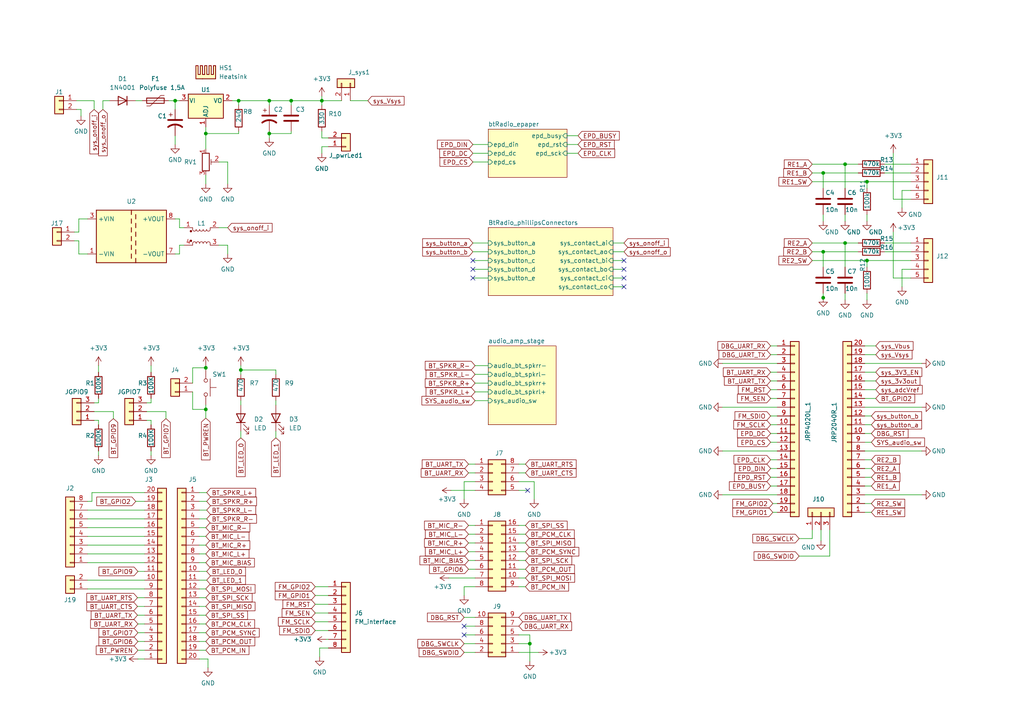
<source format=kicad_sch>
(kicad_sch (version 20211123) (generator eeschema)
  (paper "A4")
  (title_block (title "Project Bluetooth radio") (date "2023-01-13") (rev "0.1") (company "DjenaDev"))
  (junction (at 59.69 118.745))
  (junction (at 245.11 47.625))
  (junction (at 238.76 50.165))
  (junction (at 93.345 29.21))
  (junction (at 251.46 75.565))
  (junction (at 59.69 106.68))
  (junction (at 78.105 29.21))
  (junction (at 69.215 29.21))
  (junction (at 50.8 29.21))
  (junction (at 245.11 70.485))
  (junction (at 238.76 86.36))
  (junction (at 59.69 38.735))
  (junction (at 238.76 73.025))
  (junction (at 78.105 38.735))
  (junction (at 84.455 29.21))
  (junction (at 251.46 52.705))
  (junction (at 69.85 107.315))
  (junction (at 153.67 186.69))
  (no_connect (at 137.16 78.105))
  (no_connect (at 180.975 78.105))
  (no_connect (at 153.035 142.24))
  (no_connect (at 180.975 75.565))
  (no_connect (at 180.975 83.185))
  (no_connect (at 137.16 75.565))
  (no_connect (at 180.975 80.645))
  (no_connect (at 134.62 181.61))
  (no_connect (at 134.62 184.15))
  (no_connect (at 137.16 80.645))
  (wire (pts (xy 240.665 161.29) (xy 240.665 153.67)))
  (wire (pts (xy 50.8 29.21) (xy 50.8 31.75)))
  (wire (pts (xy 39.878 178.435) (xy 41.91 178.435)))
  (wire (pts (xy 245.11 85.09) (xy 245.11 86.995)))
  (wire (pts (xy 223.52 138.43) (xy 225.425 138.43)))
  (wire (pts (xy 252.73 135.89) (xy 250.825 135.89)))
  (wire (pts (xy 223.52 110.49) (xy 225.425 110.49)))
  (wire (pts (xy 57.785 180.975) (xy 59.69 180.975)))
  (wire (pts (xy 93.345 27.94) (xy 93.345 29.21)))
  (wire (pts (xy 152.4 170.18) (xy 150.495 170.18)))
  (wire (pts (xy 31.75 29.21) (xy 29.845 29.21)))
  (wire (pts (xy 25.4 168.275) (xy 41.91 168.275)))
  (wire (pts (xy 32.893 119.38) (xy 32.893 121.412)))
  (wire (pts (xy 252.73 148.59) (xy 250.825 148.59)))
  (wire (pts (xy 40.005 186.055) (xy 41.91 186.055)))
  (wire (pts (xy 250.825 110.49) (xy 254 110.49)))
  (wire (pts (xy 256.54 70.485) (xy 264.16 70.485)))
  (wire (pts (xy 259.08 67.31) (xy 259.08 80.645)))
  (wire (pts (xy 59.69 175.895) (xy 57.785 175.895)))
  (wire (pts (xy 135.89 137.16) (xy 137.795 137.16)))
  (wire (pts (xy 80.01 107.315) (xy 69.85 107.315)))
  (wire (pts (xy 40.005 180.975) (xy 41.91 180.975)))
  (wire (pts (xy 137.16 73.025) (xy 141.605 73.025)))
  (wire (pts (xy 261.62 55.245) (xy 261.62 60.325)))
  (wire (pts (xy 251.46 75.565) (xy 251.46 77.47)))
  (wire (pts (xy 252.73 133.35) (xy 250.825 133.35)))
  (wire (pts (xy 29.845 29.21) (xy 29.845 31.75)))
  (wire (pts (xy 57.785 145.415) (xy 59.944 145.415)))
  (wire (pts (xy 41.91 142.875) (xy 26.67 142.875)))
  (wire (pts (xy 25.4 158.115) (xy 41.91 158.115)))
  (wire (pts (xy 39.878 175.895) (xy 41.91 175.895)))
  (wire (pts (xy 57.785 188.595) (xy 59.69 188.595)))
  (wire (pts (xy 95.25 170.18) (xy 91.44 170.18)))
  (wire (pts (xy 52.07 73.66) (xy 50.8 73.66)))
  (wire (pts (xy 57.785 147.955) (xy 59.944 147.955)))
  (wire (pts (xy 52.07 63.5) (xy 50.8 63.5)))
  (wire (pts (xy 48.133 119.38) (xy 48.133 121.412)))
  (wire (pts (xy 59.69 158.115) (xy 57.785 158.115)))
  (wire (pts (xy 245.11 47.625) (xy 245.11 54.61)))
  (wire (pts (xy 63.5 66.04) (xy 66.04 66.04)))
  (wire (pts (xy 137.16 78.105) (xy 141.605 78.105)))
  (wire (pts (xy 69.85 125.095) (xy 69.85 127)))
  (wire (pts (xy 177.8 70.485) (xy 180.975 70.485)))
  (wire (pts (xy 137.16 41.91) (xy 141.605 41.91)))
  (wire (pts (xy 94.615 185.42) (xy 95.25 185.42)))
  (wire (pts (xy 250.825 105.41) (xy 267.335 105.41)))
  (wire (pts (xy 22.225 31.75) (xy 23.495 31.75)))
  (wire (pts (xy 57.785 183.515) (xy 59.69 183.515)))
  (wire (pts (xy 137.16 44.45) (xy 141.605 44.45)))
  (wire (pts (xy 164.465 44.45) (xy 167.64 44.45)))
  (wire (pts (xy 32.893 119.38) (xy 27.305 119.38)))
  (wire (pts (xy 66.04 73.66) (xy 66.04 71.12)))
  (wire (pts (xy 134.62 186.69) (xy 137.795 186.69)))
  (wire (pts (xy 50.8 29.21) (xy 52.07 29.21)))
  (wire (pts (xy 27.305 116.84) (xy 28.575 116.84)))
  (wire (pts (xy 250.825 143.51) (xy 267.335 143.51)))
  (wire (pts (xy 235.585 52.705) (xy 251.46 52.705)))
  (wire (pts (xy 95.25 172.72) (xy 91.44 172.72)))
  (wire (pts (xy 209.55 105.41) (xy 225.425 105.41)))
  (wire (pts (xy 69.215 30.48) (xy 69.215 29.21)))
  (wire (pts (xy 39.37 145.415) (xy 41.91 145.415)))
  (wire (pts (xy 223.52 100.33) (xy 225.425 100.33)))
  (wire (pts (xy 40.005 188.595) (xy 41.91 188.595)))
  (wire (pts (xy 250.825 120.65) (xy 252.73 120.65)))
  (wire (pts (xy 209.55 143.51) (xy 225.425 143.51)))
  (wire (pts (xy 223.52 123.19) (xy 225.425 123.19)))
  (wire (pts (xy 69.85 107.315) (xy 69.85 108.585)))
  (wire (pts (xy 223.52 107.95) (xy 225.425 107.95)))
  (wire (pts (xy 259.08 80.645) (xy 264.16 80.645)))
  (wire (pts (xy 52.07 66.04) (xy 52.07 63.5)))
  (wire (pts (xy 28.575 121.92) (xy 27.305 121.92)))
  (wire (pts (xy 153.67 191.77) (xy 153.67 186.69)))
  (wire (pts (xy 150.495 186.69) (xy 153.67 186.69)))
  (wire (pts (xy 250.825 115.57) (xy 254 115.57)))
  (wire (pts (xy 57.785 150.495) (xy 59.944 150.495)))
  (wire (pts (xy 22.86 67.31) (xy 22.86 63.5)))
  (wire (pts (xy 95.25 180.34) (xy 91.44 180.34)))
  (wire (pts (xy 59.69 153.035) (xy 57.785 153.035)))
  (wire (pts (xy 137.795 116.205) (xy 141.605 116.205)))
  (wire (pts (xy 209.55 130.81) (xy 225.425 130.81)))
  (wire (pts (xy 135.89 165.1) (xy 137.795 165.1)))
  (wire (pts (xy 250.825 102.87) (xy 254 102.87)))
  (wire (pts (xy 21.59 69.85) (xy 22.86 69.85)))
  (wire (pts (xy 59.69 36.83) (xy 59.69 38.735)))
  (wire (pts (xy 21.59 67.31) (xy 22.86 67.31)))
  (wire (pts (xy 154.94 139.7) (xy 154.94 144.78)))
  (wire (pts (xy 40.005 183.515) (xy 41.91 183.515)))
  (wire (pts (xy 223.52 133.35) (xy 225.425 133.35)))
  (wire (pts (xy 259.08 44.45) (xy 259.08 57.785)))
  (wire (pts (xy 93.345 29.21) (xy 93.345 30.48)))
  (wire (pts (xy 25.4 150.495) (xy 41.91 150.495)))
  (wire (pts (xy 153.67 184.15) (xy 150.495 184.15)))
  (wire (pts (xy 152.4 162.56) (xy 150.495 162.56)))
  (wire (pts (xy 55.88 113.665) (xy 55.88 118.745)))
  (wire (pts (xy 57.785 142.875) (xy 59.944 142.875)))
  (wire (pts (xy 135.89 157.48) (xy 137.795 157.48)))
  (wire (pts (xy 55.88 118.745) (xy 59.69 118.745)))
  (wire (pts (xy 252.73 140.97) (xy 250.825 140.97)))
  (wire (pts (xy 250.825 118.11) (xy 267.335 118.11)))
  (wire (pts (xy 223.52 125.73) (xy 225.425 125.73)))
  (wire (pts (xy 59.69 178.435) (xy 57.785 178.435)))
  (wire (pts (xy 42.545 121.92) (xy 43.815 121.92)))
  (wire (pts (xy 256.54 47.625) (xy 264.16 47.625)))
  (wire (pts (xy 137.795 106.045) (xy 141.605 106.045)))
  (wire (pts (xy 209.55 118.11) (xy 225.425 118.11)))
  (wire (pts (xy 245.11 47.625) (xy 248.92 47.625)))
  (wire (pts (xy 238.76 86.36) (xy 238.76 86.995)))
  (wire (pts (xy 25.4 155.575) (xy 41.91 155.575)))
  (wire (pts (xy 80.01 116.205) (xy 80.01 117.475)))
  (wire (pts (xy 84.455 30.48) (xy 84.455 29.21)))
  (wire (pts (xy 84.455 29.21) (xy 93.345 29.21)))
  (wire (pts (xy 59.944 165.735) (xy 57.785 165.735)))
  (wire (pts (xy 59.69 155.575) (xy 57.785 155.575)))
  (wire (pts (xy 23.495 31.75) (xy 23.495 33.655)))
  (wire (pts (xy 69.215 38.1) (xy 69.215 38.735)))
  (wire (pts (xy 261.62 78.105) (xy 264.16 78.105)))
  (wire (pts (xy 101.6 29.21) (xy 106.68 29.21)))
  (wire (pts (xy 223.52 140.97) (xy 225.425 140.97)))
  (wire (pts (xy 27.305 31.75) (xy 27.305 29.21)))
  (wire (pts (xy 235.585 156.21) (xy 235.585 153.67)))
  (wire (pts (xy 250.825 130.81) (xy 267.335 130.81)))
  (wire (pts (xy 137.16 75.565) (xy 141.605 75.565)))
  (wire (pts (xy 93.345 42.545) (xy 95.25 42.545)))
  (wire (pts (xy 153.67 186.69) (xy 153.67 184.15)))
  (wire (pts (xy 224.155 146.05) (xy 225.425 146.05)))
  (wire (pts (xy 55.88 106.68) (xy 59.69 106.68)))
  (wire (pts (xy 238.125 153.67) (xy 238.125 156.845)))
  (wire (pts (xy 135.89 154.94) (xy 137.795 154.94)))
  (wire (pts (xy 93.345 40.005) (xy 95.25 40.005)))
  (wire (pts (xy 25.4 163.195) (xy 41.91 163.195)))
  (wire (pts (xy 50.8 39.37) (xy 50.8 41.91)))
  (wire (pts (xy 238.76 73.025) (xy 238.76 77.47)))
  (wire (pts (xy 251.46 52.705) (xy 264.16 52.705)))
  (wire (pts (xy 152.4 157.48) (xy 150.495 157.48)))
  (wire (pts (xy 177.8 78.105) (xy 180.975 78.105)))
  (wire (pts (xy 137.16 46.99) (xy 141.605 46.99)))
  (wire (pts (xy 59.69 118.745) (xy 59.69 121.285)))
  (wire (pts (xy 238.76 50.165) (xy 238.76 54.61)))
  (wire (pts (xy 235.585 73.025) (xy 238.76 73.025)))
  (wire (pts (xy 78.105 38.735) (xy 78.105 40.005)))
  (wire (pts (xy 251.46 62.23) (xy 251.46 64.135)))
  (wire (pts (xy 223.52 128.27) (xy 225.425 128.27)))
  (wire (pts (xy 78.105 30.48) (xy 78.105 29.21)))
  (wire (pts (xy 134.62 139.7) (xy 134.62 144.78)))
  (wire (pts (xy 238.76 62.23) (xy 238.76 64.135)))
  (wire (pts (xy 250.825 113.03) (xy 254 113.03)))
  (wire (pts (xy 28.575 106.045) (xy 28.575 107.95)))
  (wire (pts (xy 57.785 191.135) (xy 60.325 191.135)))
  (wire (pts (xy 78.105 29.21) (xy 69.215 29.21)))
  (wire (pts (xy 66.04 46.99) (xy 66.04 53.34)))
  (wire (pts (xy 137.795 111.125) (xy 141.605 111.125)))
  (wire (pts (xy 137.795 139.7) (xy 134.62 139.7)))
  (wire (pts (xy 57.785 160.655) (xy 59.69 160.655)))
  (wire (pts (xy 59.69 38.735) (xy 59.69 43.18)))
  (wire (pts (xy 25.4 170.815) (xy 41.91 170.815)))
  (wire (pts (xy 59.69 117.475) (xy 59.69 118.745)))
  (wire (pts (xy 177.8 75.565) (xy 180.975 75.565)))
  (wire (pts (xy 63.5 46.99) (xy 66.04 46.99)))
  (wire (pts (xy 245.11 70.485) (xy 248.92 70.485)))
  (wire (pts (xy 235.585 50.165) (xy 238.76 50.165)))
  (wire (pts (xy 59.69 163.195) (xy 57.785 163.195)))
  (wire (pts (xy 245.11 62.23) (xy 245.11 64.135)))
  (wire (pts (xy 59.944 168.275) (xy 57.785 168.275)))
  (wire (pts (xy 60.325 191.135) (xy 60.325 193.675)))
  (wire (pts (xy 22.86 69.85) (xy 22.86 73.66)))
  (wire (pts (xy 43.815 106.045) (xy 43.815 107.95)))
  (wire (pts (xy 250.825 123.19) (xy 252.73 123.19)))
  (wire (pts (xy 84.455 38.1) (xy 84.455 38.735)))
  (wire (pts (xy 130.81 142.24) (xy 137.795 142.24)))
  (wire (pts (xy 95.25 182.88) (xy 91.44 182.88)))
  (wire (pts (xy 251.46 75.565) (xy 264.16 75.565)))
  (wire (pts (xy 250.825 128.27) (xy 252.73 128.27)))
  (wire (pts (xy 235.585 47.625) (xy 245.11 47.625)))
  (wire (pts (xy 25.4 147.955) (xy 41.91 147.955)))
  (wire (pts (xy 25.4 153.035) (xy 41.91 153.035)))
  (wire (pts (xy 150.495 139.7) (xy 154.94 139.7)))
  (wire (pts (xy 57.785 186.055) (xy 59.69 186.055)))
  (wire (pts (xy 66.04 71.12) (xy 63.5 71.12)))
  (wire (pts (xy 69.85 106.045) (xy 69.85 107.315)))
  (wire (pts (xy 238.76 50.165) (xy 248.92 50.165)))
  (wire (pts (xy 152.4 165.1) (xy 150.495 165.1)))
  (wire (pts (xy 261.62 55.245) (xy 264.16 55.245)))
  (wire (pts (xy 80.01 108.585) (xy 80.01 107.315)))
  (wire (pts (xy 39.37 29.21) (xy 41.275 29.21)))
  (wire (pts (xy 92.71 187.96) (xy 92.71 190.5)))
  (wire (pts (xy 59.69 106.68) (xy 59.69 107.315)))
  (wire (pts (xy 152.4 134.62) (xy 150.495 134.62)))
  (wire (pts (xy 250.825 107.95) (xy 254 107.95)))
  (wire (pts (xy 250.825 125.73) (xy 252.73 125.73)))
  (wire (pts (xy 252.73 146.05) (xy 250.825 146.05)))
  (wire (pts (xy 224.155 148.59) (xy 225.425 148.59)))
  (wire (pts (xy 152.4 160.02) (xy 150.495 160.02)))
  (wire (pts (xy 223.52 115.57) (xy 225.425 115.57)))
  (wire (pts (xy 48.133 119.38) (xy 42.545 119.38)))
  (wire (pts (xy 135.89 134.62) (xy 137.795 134.62)))
  (wire (pts (xy 256.54 50.165) (xy 264.16 50.165)))
  (wire (pts (xy 48.895 29.21) (xy 50.8 29.21)))
  (wire (pts (xy 40.005 191.135) (xy 41.91 191.135)))
  (wire (pts (xy 137.795 108.585) (xy 141.605 108.585)))
  (wire (pts (xy 59.69 173.355) (xy 57.785 173.355)))
  (wire (pts (xy 259.08 57.785) (xy 264.16 57.785)))
  (wire (pts (xy 177.8 83.185) (xy 180.975 83.185)))
  (wire (pts (xy 223.52 102.87) (xy 225.425 102.87)))
  (wire (pts (xy 69.85 116.205) (xy 69.85 117.475)))
  (wire (pts (xy 152.4 152.4) (xy 150.495 152.4)))
  (wire (pts (xy 78.105 38.1) (xy 78.105 38.735)))
  (wire (pts (xy 27.305 29.21) (xy 22.225 29.21)))
  (wire (pts (xy 40.005 165.735) (xy 41.91 165.735)))
  (wire (pts (xy 150.495 189.23) (xy 156.21 189.23)))
  (wire (pts (xy 26.67 142.875) (xy 26.67 145.415)))
  (wire (pts (xy 235.585 70.485) (xy 245.11 70.485)))
  (wire (pts (xy 95.25 177.8) (xy 91.44 177.8)))
  (wire (pts (xy 22.86 73.66) (xy 25.4 73.66)))
  (wire (pts (xy 135.89 162.56) (xy 137.795 162.56)))
  (wire (pts (xy 150.495 142.24) (xy 153.035 142.24)))
  (wire (pts (xy 28.575 123.19) (xy 28.575 121.92)))
  (wire (pts (xy 177.8 80.645) (xy 180.975 80.645)))
  (wire (pts (xy 39.878 173.355) (xy 41.91 173.355)))
  (wire (pts (xy 137.16 70.485) (xy 141.605 70.485)))
  (wire (pts (xy 59.69 170.815) (xy 57.785 170.815)))
  (wire (pts (xy 93.345 42.545) (xy 93.345 44.45)))
  (wire (pts (xy 238.76 73.025) (xy 248.92 73.025)))
  (wire (pts (xy 53.34 71.12) (xy 52.07 71.12)))
  (wire (pts (xy 245.11 70.485) (xy 245.11 77.47)))
  (wire (pts (xy 42.545 116.84) (xy 43.815 116.84)))
  (wire (pts (xy 55.88 111.125) (xy 55.88 106.68)))
  (wire (pts (xy 252.73 138.43) (xy 250.825 138.43)))
  (wire (pts (xy 164.465 41.91) (xy 167.64 41.91)))
  (wire (pts (xy 26.67 145.415) (xy 25.4 145.415)))
  (wire (pts (xy 52.07 71.12) (xy 52.07 73.66)))
  (wire (pts (xy 235.585 75.565) (xy 251.46 75.565)))
  (wire (pts (xy 137.795 170.18) (xy 134.62 170.18)))
  (wire (pts (xy 25.4 160.655) (xy 41.91 160.655)))
  (wire (pts (xy 84.455 29.21) (xy 78.105 29.21)))
  (wire (pts (xy 28.575 132.08) (xy 28.575 130.81)))
  (wire (pts (xy 43.815 121.92) (xy 43.815 123.19)))
  (wire (pts (xy 135.89 152.4) (xy 137.795 152.4)))
  (wire (pts (xy 223.52 120.65) (xy 225.425 120.65)))
  (wire (pts (xy 177.8 73.025) (xy 180.975 73.025)))
  (wire (pts (xy 99.06 29.21) (xy 93.345 29.21)))
  (wire (pts (xy 134.62 189.23) (xy 137.795 189.23)))
  (wire (pts (xy 256.54 73.025) (xy 264.16 73.025)))
  (wire (pts (xy 130.175 167.64) (xy 137.795 167.64)))
  (wire (pts (xy 164.465 39.37) (xy 167.64 39.37)))
  (wire (pts (xy 43.815 132.08) (xy 43.815 130.81)))
  (wire (pts (xy 231.775 156.21) (xy 235.585 156.21)))
  (wire (pts (xy 134.62 179.07) (xy 137.795 179.07)))
  (wire (pts (xy 250.825 100.33) (xy 254 100.33)))
  (wire (pts (xy 261.62 78.105) (xy 261.62 83.185)))
  (wire (pts (xy 93.345 38.1) (xy 93.345 40.005)))
  (wire (pts (xy 28.575 116.84) (xy 28.575 115.57)))
  (wire (pts (xy 95.25 175.26) (xy 91.44 175.26)))
  (wire (pts (xy 152.4 137.16) (xy 150.495 137.16)))
  (wire (pts (xy 59.69 106.045) (xy 59.69 106.68)))
  (wire (pts (xy 135.89 160.02) (xy 137.795 160.02)))
  (wire (pts (xy 80.01 125.095) (xy 80.01 127)))
  (wire (pts (xy 84.455 38.735) (xy 78.105 38.735)))
  (wire (pts (xy 95.25 187.96) (xy 92.71 187.96)))
  (wire (pts (xy 238.76 85.09) (xy 238.76 86.36)))
  (wire (pts (xy 251.46 52.705) (xy 251.46 54.61)))
  (wire (pts (xy 134.62 184.15) (xy 137.795 184.15)))
  (wire (pts (xy 152.4 167.64) (xy 150.495 167.64)))
  (wire (pts (xy 134.62 181.61) (xy 137.795 181.61)))
  (wire (pts (xy 152.4 154.94) (xy 150.495 154.94)))
  (wire (pts (xy 53.34 66.04) (xy 52.07 66.04)))
  (wire (pts (xy 251.46 85.09) (xy 251.46 86.995)))
  (wire (pts (xy 69.215 29.21) (xy 67.31 29.21)))
  (wire (pts (xy 22.86 63.5) (xy 25.4 63.5)))
  (wire (pts (xy 223.52 135.89) (xy 225.425 135.89)))
  (wire (pts (xy 43.815 116.84) (xy 43.815 115.57)))
  (wire (pts (xy 59.69 50.8) (xy 59.69 53.34)))
  (wire (pts (xy 223.52 113.03) (xy 225.425 113.03)))
  (wire (pts (xy 69.215 38.735) (xy 59.69 38.735)))
  (wire (pts (xy 134.62 170.18) (xy 134.62 172.72)))
  (wire (pts (xy 137.16 80.645) (xy 141.605 80.645)))
  (wire (pts (xy 137.795 113.665) (xy 141.605 113.665)))
  (wire (pts (xy 231.775 161.29) (xy 240.665 161.29)))
  (global_label "BT_SPI_SS" (shape input) (at 59.69 178.435 0) (property "Intersheet References" "${INTERSHEET_REFS}" (effects hide)))
  (global_label "BT_PCM_IN" (shape input) (at 152.4 170.18 0) (property "Intersheet References" "${INTERSHEET_REFS}" (effects hide)))
  (global_label "FM_SDIO" (shape input) (at 91.44 182.88 180) (property "Intersheet References" "${INTERSHEET_REFS}" (effects hide)))
  (global_label "BT_GPIO7" (shape input) (at 48.133 121.412 270) (property "Intersheet References" "${INTERSHEET_REFS}" (effects hide)))
  (global_label "sys_3V3_EN" (shape input) (at 254 107.95 0) (property "Intersheet References" "${INTERSHEET_REFS}" (effects hide)))
  (global_label "EPD_DIN" (shape input) (at 223.52 135.89 180) (property "Intersheet References" "${INTERSHEET_REFS}" (effects hide)))
  (global_label "BT_GPIO7" (shape input) (at 40.005 183.515 180) (property "Intersheet References" "${INTERSHEET_REFS}" (effects hide)))
  (global_label "sys_button_b" (shape input) (at 137.16 73.025 180) (property "Intersheet References" "${INTERSHEET_REFS}" (effects hide)))
  (global_label "FM_RST" (shape input) (at 91.44 175.26 180) (property "Intersheet References" "${INTERSHEET_REFS}" (effects hide)))
  (global_label "BT_MIC_L+" (shape input) (at 59.69 160.655 0) (property "Intersheet References" "${INTERSHEET_REFS}" (effects hide)))
  (global_label "SYS_audio_sw" (shape input) (at 137.795 116.205 180) (property "Intersheet References" "${INTERSHEET_REFS}" (effects hide)))
  (global_label "EPD_RST" (shape input) (at 167.64 41.91 0) (property "Intersheet References" "${INTERSHEET_REFS}" (effects hide)))
  (global_label "BT_PCM_SYNC" (shape input) (at 152.4 160.02 0) (property "Intersheet References" "${INTERSHEET_REFS}" (effects hide)))
  (global_label "BT_SPKR_R-" (shape input) (at 59.944 150.495 0) (property "Intersheet References" "${INTERSHEET_REFS}" (effects hide)))
  (global_label "EPD_DC" (shape input) (at 223.52 125.73 180) (property "Intersheet References" "${INTERSHEET_REFS}" (effects hide)))
  (global_label "BT_SPKR_R+" (shape input) (at 59.944 145.415 0) (property "Intersheet References" "${INTERSHEET_REFS}" (effects hide)))
  (global_label "BT_PCM_CLK" (shape input) (at 152.4 154.94 0) (property "Intersheet References" "${INTERSHEET_REFS}" (effects hide)))
  (global_label "EPD_RST" (shape input) (at 223.52 138.43 180) (property "Intersheet References" "${INTERSHEET_REFS}" (effects hide)))
  (global_label "BT_UART_RX" (shape input) (at 40.005 180.975 180) (property "Intersheet References" "${INTERSHEET_REFS}" (effects hide)))
  (global_label "BT_UART_RX" (shape input) (at 223.52 107.95 180) (property "Intersheet References" "${INTERSHEET_REFS}" (effects hide)))
  (global_label "sys_button_b" (shape input) (at 252.73 120.65 0) (property "Intersheet References" "${INTERSHEET_REFS}" (effects hide)))
  (global_label "BT_UART_RX" (shape input) (at 135.89 137.16 180) (property "Intersheet References" "${INTERSHEET_REFS}" (effects hide)))
  (global_label "sys_Vsys" (shape input) (at 254 102.87 0) (property "Intersheet References" "${INTERSHEET_REFS}" (effects hide)))
  (global_label "sys_onoff_i" (shape input) (at 180.975 70.485 0) (property "Intersheet References" "${INTERSHEET_REFS}" (effects hide)))
  (global_label "EPD_DC" (shape input) (at 137.16 44.45 180) (property "Intersheet References" "${INTERSHEET_REFS}" (effects hide)))
  (global_label "BT_SPKR_R+" (shape input) (at 137.795 111.125 180) (property "Intersheet References" "${INTERSHEET_REFS}" (effects hide)))
  (global_label "BT_SPI_MOSI" (shape input) (at 152.4 167.64 0) (property "Intersheet References" "${INTERSHEET_REFS}" (effects hide)))
  (global_label "BT_UART_CTS" (shape input) (at 39.878 175.895 180) (property "Intersheet References" "${INTERSHEET_REFS}" (effects hide)))
  (global_label "BT_PCM_OUT" (shape input) (at 152.4 165.1 0) (property "Intersheet References" "${INTERSHEET_REFS}" (effects hide)))
  (global_label "BT_GPIO9" (shape input) (at 40.005 165.735 180) (property "Intersheet References" "${INTERSHEET_REFS}" (effects hide)))
  (global_label "BT_MIC_L+" (shape input) (at 135.89 160.02 180) (property "Intersheet References" "${INTERSHEET_REFS}" (effects hide)))
  (global_label "RE2_A" (shape input) (at 235.585 70.485 180) (property "Intersheet References" "${INTERSHEET_REFS}" (effects hide)))
  (global_label "FM_SEN" (shape input) (at 91.44 177.8 180) (property "Intersheet References" "${INTERSHEET_REFS}" (effects hide)))
  (global_label "BT_PCM_CLK" (shape input) (at 59.69 180.975 0) (property "Intersheet References" "${INTERSHEET_REFS}" (effects hide)))
  (global_label "sys_button_a" (shape input) (at 137.16 70.485 180) (property "Intersheet References" "${INTERSHEET_REFS}" (effects hide)))
  (global_label "sys_onoff_o" (shape input) (at 180.975 73.025 0) (property "Intersheet References" "${INTERSHEET_REFS}" (effects hide)))
  (global_label "BT_LED_0" (shape input) (at 59.944 165.735 0) (property "Intersheet References" "${INTERSHEET_REFS}" (effects hide)))
  (global_label "RE2_B" (shape input) (at 252.73 133.35 0) (property "Intersheet References" "${INTERSHEET_REFS}" (effects hide)))
  (global_label "RE1_SW" (shape input) (at 252.73 148.59 0) (property "Intersheet References" "${INTERSHEET_REFS}" (effects hide)))
  (global_label "BT_PCM_OUT" (shape input) (at 59.69 186.055 0) (property "Intersheet References" "${INTERSHEET_REFS}" (effects hide)))
  (global_label "DBG_SWDIO" (shape input) (at 231.775 161.29 180) (property "Intersheet References" "${INTERSHEET_REFS}" (effects hide)))
  (global_label "RE2_SW" (shape input) (at 235.585 75.565 180) (property "Intersheet References" "${INTERSHEET_REFS}" (effects hide)))
  (global_label "BT_GPIO9" (shape input) (at 32.893 121.412 270) (property "Intersheet References" "${INTERSHEET_REFS}" (effects hide)))
  (global_label "EPD_CS" (shape input) (at 223.52 128.27 180) (property "Intersheet References" "${INTERSHEET_REFS}" (effects hide)))
  (global_label "DBG_RST" (shape input) (at 252.73 125.73 0) (property "Intersheet References" "${INTERSHEET_REFS}" (effects hide)))
  (global_label "BT_GPIO2" (shape input) (at 254 115.57 0) (property "Intersheet References" "${INTERSHEET_REFS}" (effects hide)))
  (global_label "EPD_BUSY" (shape input) (at 167.64 39.37 0) (property "Intersheet References" "${INTERSHEET_REFS}" (effects hide)))
  (global_label "RE1_B" (shape input) (at 252.73 138.43 0) (property "Intersheet References" "${INTERSHEET_REFS}" (effects hide)))
  (global_label "FM_RST" (shape input) (at 223.52 113.03 180) (property "Intersheet References" "${INTERSHEET_REFS}" (effects hide)))
  (global_label "BT_PWREN" (shape input) (at 40.005 188.595 180) (property "Intersheet References" "${INTERSHEET_REFS}" (effects hide)))
  (global_label "BT_SPI_MISO" (shape input) (at 152.4 157.48 0) (property "Intersheet References" "${INTERSHEET_REFS}" (effects hide)))
  (global_label "RE1_A" (shape input) (at 235.585 47.625 180) (property "Intersheet References" "${INTERSHEET_REFS}" (effects hide)))
  (global_label "sys_3v3out" (shape input) (at 254 110.49 0) (property "Intersheet References" "${INTERSHEET_REFS}" (effects hide)))
  (global_label "sys_onoff_i" (shape input) (at 27.305 31.75 270) (property "Intersheet References" "${INTERSHEET_REFS}" (effects hide)))
  (global_label "FM_GPIO1" (shape input) (at 224.155 148.59 180) (property "Intersheet References" "${INTERSHEET_REFS}" (effects hide)))
  (global_label "FM_GPIO2" (shape input) (at 91.44 170.18 180) (property "Intersheet References" "${INTERSHEET_REFS}" (effects hide)))
  (global_label "sys_Vbus" (shape input) (at 254 100.33 0) (property "Intersheet References" "${INTERSHEET_REFS}" (effects hide)))
  (global_label "DBG_RST" (shape input) (at 134.62 179.07 180) (property "Intersheet References" "${INTERSHEET_REFS}" (effects hide)))
  (global_label "BT_SPI_MOSI" (shape input) (at 59.69 170.815 0) (property "Intersheet References" "${INTERSHEET_REFS}" (effects hide)))
  (global_label "DBG_SWCLK" (shape input) (at 231.775 156.21 180) (property "Intersheet References" "${INTERSHEET_REFS}" (effects hide)))
  (global_label "BT_SPKR_L+" (shape input) (at 137.795 113.665 180) (property "Intersheet References" "${INTERSHEET_REFS}" (effects hide)))
  (global_label "EPD_CLK" (shape input) (at 223.52 133.35 180) (property "Intersheet References" "${INTERSHEET_REFS}" (effects hide)))
  (global_label "RE1_B" (shape input) (at 235.585 50.165 180) (property "Intersheet References" "${INTERSHEET_REFS}" (effects hide)))
  (global_label "EPD_DIN" (shape input) (at 137.16 41.91 180) (property "Intersheet References" "${INTERSHEET_REFS}" (effects hide)))
  (global_label "BT_LED_0" (shape input) (at 69.85 127 270) (property "Intersheet References" "${INTERSHEET_REFS}" (effects hide)))
  (global_label "FM_SDIO" (shape input) (at 223.52 120.65 180) (property "Intersheet References" "${INTERSHEET_REFS}" (effects hide)))
  (global_label "DBG_SWCLK" (shape input) (at 134.62 186.69 180) (property "Intersheet References" "${INTERSHEET_REFS}" (effects hide)))
  (global_label "sys_adcVref" (shape input) (at 254 113.03 0) (property "Intersheet References" "${INTERSHEET_REFS}" (effects hide)))
  (global_label "FM_SEN" (shape input) (at 223.52 115.57 180) (property "Intersheet References" "${INTERSHEET_REFS}" (effects hide)))
  (global_label "BT_MIC_R+" (shape input) (at 59.69 158.115 0) (property "Intersheet References" "${INTERSHEET_REFS}" (effects hide)))
  (global_label "sys_button_a" (shape input) (at 252.73 123.19 0) (property "Intersheet References" "${INTERSHEET_REFS}" (effects hide)))
  (global_label "BT_GPIO6" (shape input) (at 135.89 165.1 180) (property "Intersheet References" "${INTERSHEET_REFS}" (effects hide)))
  (global_label "FM_GPIO1" (shape input) (at 91.44 172.72 180) (property "Intersheet References" "${INTERSHEET_REFS}" (effects hide)))
  (global_label "BT_SPI_SS" (shape input) (at 152.4 152.4 0) (property "Intersheet References" "${INTERSHEET_REFS}" (effects hide)))
  (global_label "DBG_UART_TX" (shape input) (at 223.52 102.87 180) (property "Intersheet References" "${INTERSHEET_REFS}" (effects hide)))
  (global_label "BT_UART_TX" (shape input) (at 39.878 178.435 180) (property "Intersheet References" "${INTERSHEET_REFS}" (effects hide)))
  (global_label "BT_MIC_L-" (shape input) (at 59.69 155.575 0) (property "Intersheet References" "${INTERSHEET_REFS}" (effects hide)))
  (global_label "FM_SCLK" (shape input) (at 223.52 123.19 180) (property "Intersheet References" "${INTERSHEET_REFS}" (effects hide)))
  (global_label "DBG_UART_RX" (shape input) (at 150.495 181.61 0) (property "Intersheet References" "${INTERSHEET_REFS}" (effects hide)))
  (global_label "EPD_CS" (shape input) (at 137.16 46.99 180) (property "Intersheet References" "${INTERSHEET_REFS}" (effects hide)))
  (global_label "FM_SCLK" (shape input) (at 91.44 180.34 180) (property "Intersheet References" "${INTERSHEET_REFS}" (effects hide)))
  (global_label "BT_MIC_R+" (shape input) (at 135.89 157.48 180) (property "Intersheet References" "${INTERSHEET_REFS}" (effects hide)))
  (global_label "BT_UART_CTS" (shape input) (at 152.4 137.16 0) (property "Intersheet References" "${INTERSHEET_REFS}" (effects hide)))
  (global_label "sys_onoff_i" (shape input) (at 66.04 66.04 0) (property "Intersheet References" "${INTERSHEET_REFS}" (effects hide)))
  (global_label "RE1_A" (shape input) (at 252.73 140.97 0) (property "Intersheet References" "${INTERSHEET_REFS}" (effects hide)))
  (global_label "BT_MIC_L-" (shape input) (at 135.89 154.94 180) (property "Intersheet References" "${INTERSHEET_REFS}" (effects hide)))
  (global_label "BT_SPI_SCK" (shape input) (at 152.4 162.56 0) (property "Intersheet References" "${INTERSHEET_REFS}" (effects hide)))
  (global_label "RE2_B" (shape input) (at 235.585 73.025 180) (property "Intersheet References" "${INTERSHEET_REFS}" (effects hide)))
  (global_label "BT_PWREN" (shape input) (at 59.69 121.285 270) (property "Intersheet References" "${INTERSHEET_REFS}" (effects hide)))
  (global_label "BT_SPKR_L-" (shape input) (at 59.944 147.955 0) (property "Intersheet References" "${INTERSHEET_REFS}" (effects hide)))
  (global_label "sys_Vsys" (shape input) (at 106.68 29.21 0) (property "Intersheet References" "${INTERSHEET_REFS}" (effects hide)))
  (global_label "BT_UART_TX" (shape input) (at 135.89 134.62 180) (property "Intersheet References" "${INTERSHEET_REFS}" (effects hide)))
  (global_label "RE2_A" (shape input) (at 252.73 135.89 0) (property "Intersheet References" "${INTERSHEET_REFS}" (effects hide)))
  (global_label "BT_SPI_SCK" (shape input) (at 59.69 173.355 0) (property "Intersheet References" "${INTERSHEET_REFS}" (effects hide)))
  (global_label "BT_GPIO2" (shape input) (at 39.37 145.415 180) (property "Intersheet References" "${INTERSHEET_REFS}" (effects hide)))
  (global_label "BT_SPI_MISO" (shape input) (at 59.69 175.895 0) (property "Intersheet References" "${INTERSHEET_REFS}" (effects hide)))
  (global_label "DBG_UART_RX" (shape input) (at 223.52 100.33 180) (property "Intersheet References" "${INTERSHEET_REFS}" (effects hide)))
  (global_label "SYS_audio_sw" (shape input) (at 252.73 128.27 0) (property "Intersheet References" "${INTERSHEET_REFS}" (effects hide)))
  (global_label "sys_onoff_o" (shape input) (at 29.845 31.75 270) (property "Intersheet References" "${INTERSHEET_REFS}" (effects hide)))
  (global_label "RE1_SW" (shape input) (at 235.585 52.705 180) (property "Intersheet References" "${INTERSHEET_REFS}" (effects hide)))
  (global_label "BT_LED_1" (shape input) (at 59.944 168.275 0) (property "Intersheet References" "${INTERSHEET_REFS}" (effects hide)))
  (global_label "BT_UART_RTS" (shape input) (at 152.4 134.62 0) (property "Intersheet References" "${INTERSHEET_REFS}" (effects hide)))
  (global_label "DBG_SWDIO" (shape input) (at 134.62 189.23 180) (property "Intersheet References" "${INTERSHEET_REFS}" (effects hide)))
  (global_label "FM_GPIO2" (shape input) (at 224.155 146.05 180) (property "Intersheet References" "${INTERSHEET_REFS}" (effects hide)))
  (global_label "BT_UART_RTS" (shape input) (at 39.878 173.355 180) (property "Intersheet References" "${INTERSHEET_REFS}" (effects hide)))
  (global_label "BT_SPKR_L+" (shape input) (at 59.944 142.875 0) (property "Intersheet References" "${INTERSHEET_REFS}" (effects hide)))
  (global_label "BT_MIC_BIAS" (shape input) (at 59.69 163.195 0) (property "Intersheet References" "${INTERSHEET_REFS}" (effects hide)))
  (global_label "BT_MIC_R-" (shape input) (at 59.69 153.035 0) (property "Intersheet References" "${INTERSHEET_REFS}" (effects hide)))
  (global_label "BT_GPIO6" (shape input) (at 40.005 186.055 180) (property "Intersheet References" "${INTERSHEET_REFS}" (effects hide)))
  (global_label "BT_LED_1" (shape input) (at 80.01 127 270) (property "Intersheet References" "${INTERSHEET_REFS}" (effects hide)))
  (global_label "BT_SPKR_L-" (shape input) (at 137.795 108.585 180) (property "Intersheet References" "${INTERSHEET_REFS}" (effects hide)))
  (global_label "BT_UART_TX" (shape input) (at 223.52 110.49 180) (property "Intersheet References" "${INTERSHEET_REFS}" (effects hide)))
  (global_label "BT_PCM_IN" (shape input) (at 59.69 188.595 0) (property "Intersheet References" "${INTERSHEET_REFS}" (effects hide)))
  (global_label "BT_MIC_R-" (shape input) (at 135.89 152.4 180) (property "Intersheet References" "${INTERSHEET_REFS}" (effects hide)))
  (global_label "BT_MIC_BIAS" (shape input) (at 135.89 162.56 180) (property "Intersheet References" "${INTERSHEET_REFS}" (effects hide)))
  (global_label "BT_SPKR_R-" (shape input) (at 137.795 106.045 180) (property "Intersheet References" "${INTERSHEET_REFS}" (effects hide)))
  (global_label "EPD_BUSY" (shape input) (at 223.52 140.97 180) (property "Intersheet References" "${INTERSHEET_REFS}" (effects hide)))
  (global_label "BT_PCM_SYNC" (shape input) (at 59.69 183.515 0) (property "Intersheet References" "${INTERSHEET_REFS}" (effects hide)))
  (global_label "RE2_SW" (shape input) (at 252.73 146.05 0) (property "Intersheet References" "${INTERSHEET_REFS}" (effects hide)))
  (global_label "DBG_UART_TX" (shape input) (at 150.495 179.07 0) (property "Intersheet References" "${INTERSHEET_REFS}" (effects hide)))
  (global_label "EPD_CLK" (shape input) (at 167.64 44.45 0) (property "Intersheet References" "${INTERSHEET_REFS}" (effects hide)))
  (symbol (lib_id "Connector_Generic:Conn_01x08") (at 100.33 177.8 0) (unit 1)
    (property "Reference" "J6" (at 102.87 177.7999 0) (effects (justify left)))
    (property "Value" "FM_interface" (at 102.87 180.3399 0) (effects (justify left)))
    (property "Footprint" "Connector_PinSocket_2.54mm:PinSocket_1x08_P2.54mm_Vertical" (effects hide))
  )
  (symbol (lib_id "Device:R") (at 251.46 58.42 180) (unit 1)
    (property "Reference" "R11" (at 250.19 53.975 90))
    (property "Value" "100k" (at 251.46 58.293 90))
    (property "Footprint" "Resistor_SMD:R_0805_2012Metric_Pad1.20x1.40mm_HandSolder" (effects hide))
  )
  (symbol (lib_id "power:GND") (at 209.55 118.11 270) (unit 1)
    (property "Reference" "#PWR0118" (effects hide))
    (property "Value" "GND" (at 202.565 118.11 90) (effects (justify left)))
  )
  (symbol (lib_id "Device:R") (at 43.815 111.76 0) (unit 1)
    (property "Reference" "R3" (at 40.005 111.125 0) (effects (justify left)))
    (property "Value" "100K" (at 43.815 114.3 90) (effects (justify left)))
    (property "Footprint" "Resistor_SMD:R_0805_2012Metric_Pad1.20x1.40mm_HandSolder" (effects hide))
  )
  (symbol (lib_id "power:GND") (at 153.67 191.77 0) (unit 1)
    (property "Reference" "#PWR0121" (effects hide))
    (property "Value" "GND" (at 153.67 196.215 0))
  )
  (symbol (lib_id "Device:LED") (at 80.01 121.285 90) (unit 1)
    (property "Reference" "D3" (at 83.82 121.6024 90) (effects (justify right)))
    (property "Value" "LED" (at 83.82 124.1424 90) (effects (justify right)))
    (property "Footprint" "LED_THT:LED_D5.0mm" (effects hide))
  )
  (symbol (lib_id "power:+3V3") (at 69.85 106.045 0) (unit 1)
    (property "Reference" "#PWR013" (effects hide))
    (property "Value" "+3V3" (at 69.85 100.965 0))
  )
  (symbol (lib_id "Device:LED") (at 69.85 121.285 90) (unit 1)
    (property "Reference" "D2" (at 73.66 121.6024 90) (effects (justify right)))
    (property "Value" "LED" (at 73.66 124.1424 90) (effects (justify right)))
    (property "Footprint" "LED_THT:LED_D5.0mm" (effects hide))
  )
  (symbol (lib_id "power:GND") (at 60.325 193.675 0) (unit 1)
    (property "Reference" "#PWR0112" (effects hide))
    (property "Value" "GND" (at 60.325 198.12 0))
  )
  (symbol (lib_id "Device:Polyfuse") (at 45.085 29.21 90) (unit 1)
    (property "Reference" "F1" (at 45.085 22.86 90))
    (property "Value" "Polyfuse 1,5A" (at 46.99 25.4 90))
    (property "Footprint" "Fuse:Fuse_BelFuse_0ZRE0005FF_L8.3mm_W3.8mm" (effects hide))
  )
  (symbol (lib_id "Device:R") (at 69.215 34.29 0) (unit 1)
    (property "Reference" "R8" (at 70.485 32.385 0) (effects (justify left)))
    (property "Value" "240" (at 69.215 35.56 90) (effects (justify left)))
    (property "Footprint" "Resistor_SMD:R_0805_2012Metric_Pad1.20x1.40mm_HandSolder" (effects hide))
  )
  (symbol (lib_id "Connector_Generic:Conn_01x05") (at 269.24 52.705 0) (unit 1)
    (property "Reference" "J11" (at 271.526 51.4349 0) (effects (justify left)))
    (property "Value" "HMI_rotaryEncoder_1" (effects hide))
    (property "Footprint" "Connector_PinSocket_2.54mm:PinSocket_1x05_P2.54mm_Vertical" (effects hide))
  )
  (symbol (lib_id "Device:C") (at 84.455 34.29 0) (unit 1)
    (property "Reference" "C3" (at 85.725 31.75 0) (effects (justify left)))
    (property "Value" "100n" (effects hide))
    (property "Footprint" "Resistor_SMD:R_0805_2012Metric_Pad1.20x1.40mm_HandSolder" (effects hide))
  )
  (symbol (lib_id "Device:R") (at 251.46 81.28 180) (unit 1)
    (property "Reference" "R12" (at 250.19 76.835 90))
    (property "Value" "100k" (at 251.46 81.153 90))
    (property "Footprint" "Resistor_SMD:R_0805_2012Metric_Pad1.20x1.40mm_HandSolder" (effects hide))
  )
  (symbol (lib_id "Connector_Generic:Conn_01x20") (at 245.745 125.73 180) (unit 1)
    (property "Reference" "JRP2040R_1" (at 241.935 122.555 90))
    (property "Value" "RP2040_1" (effects hide))
    (property "Footprint" "Connector_PinSocket_2.54mm:PinSocket_1x20_P2.54mm_Vertical" (effects hide))
  )
  (symbol (lib_id "power:GND") (at 261.62 60.325 0) (unit 1)
    (property "Reference" "#PWR0129" (effects hide))
    (property "Value" "GND" (at 265.43 62.23 0))
  )
  (symbol (lib_id "Connector_Generic:Conn_01x08") (at 20.32 155.575 180) (unit 1)
    (property "Reference" "J2" (at 20.32 141.605 0))
    (property "Value" "Conn_01x08" (effects hide))
    (property "Footprint" "Connector_PinSocket_2.54mm:PinSocket_1x08_P2.54mm_Vertical" (effects hide))
  )
  (symbol (lib_id "Connector_Generic:Conn_01x02") (at 50.8 113.665 180) (unit 1)
    (property "Reference" "J4" (at 50.8 107.315 0))
    (property "Value" "Conn_01x02" (effects hide))
    (property "Footprint" "Connector_PinSocket_2.54mm:PinSocket_1x02_P2.54mm_Vertical" (effects hide))
  )
  (symbol (lib_id "power:+3V3") (at 259.08 44.45 0) (mirror y) (unit 1)
    (property "Reference" "#PWR0103" (effects hide))
    (property "Value" "+3V3" (at 259.08 39.37 0))
  )
  (symbol (lib_id "Connector_Generic:Conn_01x20") (at 52.705 165.735 0) (mirror y) (unit 1)
    (property "Reference" "J5" (at 55.88 139.065 0))
    (property "Value" "BT_RN52_connector_right" (effects hide))
    (property "Footprint" "Connector_PinSocket_2.54mm:PinSocket_1x20_P2.54mm_Vertical" (effects hide))
  )
  (symbol (lib_id "Device:R") (at 80.01 112.395 0) (unit 1)
    (property "Reference" "R9" (at 82.55 111.1249 0) (effects (justify left)))
    (property "Value" "470" (at 80.01 113.665 90) (effects (justify left)))
    (property "Footprint" "Resistor_SMD:R_0805_2012Metric_Pad1.20x1.40mm_HandSolder" (effects hide))
  )
  (symbol (lib_id "power:+3V3") (at 156.21 189.23 270) (unit 1)
    (property "Reference" "#PWR027" (effects hide))
    (property "Value" "+3V3" (at 164.465 189.23 90) (effects (justify right)))
  )
  (symbol (lib_id "power:GND") (at 134.62 144.78 0) (unit 1)
    (property "Reference" "#PWR0123" (effects hide))
    (property "Value" "GND" (at 134.62 149.225 0))
  )
  (symbol (lib_id "Device:R") (at 252.73 50.165 90) (unit 1)
    (property "Reference" "R14" (at 257.175 48.895 90))
    (property "Value" "470k" (at 252.73 50.038 90))
    (property "Footprint" "Resistor_SMD:R_0805_2012Metric_Pad1.20x1.40mm_HandSolder" (effects hide))
  )
  (symbol (lib_id "Connector_Generic:Conn_01x03") (at 238.125 148.59 90) (unit 1)
    (property "Reference" "J10" (at 235.585 144.78 90) (effects (justify right)))
    (property "Value" "Conn_01x03" (effects hide))
    (property "Footprint" "Connector_PinSocket_2.54mm:PinSocket_1x03_P2.54mm_Vertical" (effects hide))
  )
  (symbol (lib_id "power:GND") (at 23.495 33.655 0) (unit 1)
    (property "Reference" "#PWR0114" (effects hide))
    (property "Value" "GND" (at 23.495 38.1 0))
  )
  (symbol (lib_id "power:+3V3") (at 130.81 142.24 90) (unit 1)
    (property "Reference" "#PWR018" (effects hide))
    (property "Value" "+3V3" (at 127 144.78 90) (effects (justify right)))
  )
  (symbol (lib_id "Connector_Generic:Conn_01x02") (at 20.32 170.815 180) (unit 1)
    (property "Reference" "J19" (at 20.32 173.99 0))
    (property "Value" "Conn_01x02_rn52_usb" (effects hide))
    (property "Footprint" "Connector_PinHeader_2.54mm:PinHeader_1x02_P2.54mm_Vertical" (effects hide))
  )
  (symbol (lib_id "Device:R") (at 252.73 73.025 90) (unit 1)
    (property "Reference" "R16" (at 257.175 71.755 90))
    (property "Value" "470k" (at 252.73 72.898 90))
    (property "Footprint" "Resistor_SMD:R_0805_2012Metric_Pad1.20x1.40mm_HandSolder" (effects hide))
  )
  (symbol (lib_id "Regulator_Linear:LM317_TO-220") (at 59.69 29.21 0) (unit 1)
    (property "Reference" "U1" (at 59.69 26.035 0))
    (property "Value" "LM317_TO-220" (effects hide))
    (property "Footprint" "Package_TO_SOT_THT:TO-220-3_Horizontal_TabDown" (effects hide))
    (property "Datasheet" "http://www.ti.com/lit/ds/symlink/lm317.pdf" (effects hide))
  )
  (symbol (lib_id "power:+3V3") (at 130.175 167.64 90) (unit 1)
    (property "Reference" "#PWR017" (effects hide))
    (property "Value" "+3V3" (at 125.73 170.18 90) (effects (justify right)))
  )
  (symbol (lib_id "Connector_Generic:Conn_02x08_Counter_Clockwise") (at 142.875 160.02 0) (unit 1)
    (property "Reference" "J8" (at 144.145 149.225 0))
    (property "Value" "BT_extension_connector" (effects hide))
    (property "Footprint" "Connector_PinSocket_2.54mm:PinSocket_2x08_P2.54mm_Vertical" (effects hide))
  )
  (symbol (lib_id "Connector_Generic:Conn_01x02") (at 100.33 42.545 0) (mirror x) (unit 1)
    (property "Reference" "J_pwrLed1" (at 100.33 45.085 0))
    (property "Value" "Conn_01x02" (effects hide))
    (property "Footprint" "Connector_PinSocket_2.54mm:PinSocket_1x02_P2.54mm_Vertical" (effects hide))
  )
  (symbol (lib_id "Device:L_Coupled_1243") (at 58.42 68.58 0) (unit 1)
    (property "Reference" "L1" (at 58.42 64.77 0))
    (property "Value" "L_Coupled_1243 22n" (effects hide))
    (property "Footprint" "Inductor_SMD:L_Wuerth_WE-DD-Typ-M-Typ-S" (effects hide))
    (property "Mouser" "710-744877220 " (effects hide))
  )
  (symbol (lib_id "Device:R") (at 252.73 70.485 90) (unit 1)
    (property "Reference" "R15" (at 257.175 69.215 90))
    (property "Value" "470k" (at 252.73 70.358 90))
    (property "Footprint" "Resistor_SMD:R_0805_2012Metric_Pad1.20x1.40mm_HandSolder" (effects hide))
  )
  (symbol (lib_id "power:GND") (at 66.04 73.66 0) (unit 1)
    (property "Reference" "#PWR06" (effects hide))
    (property "Value" "GND" (at 66.04 78.105 0))
  )
  (symbol (lib_id "power:GND") (at 43.815 132.08 0) (unit 1)
    (property "Reference" "#PWR0108" (effects hide))
    (property "Value" "GND" (at 43.815 136.525 0))
  )
  (symbol (lib_id "power:GND") (at 209.55 143.51 270) (unit 1)
    (property "Reference" "#PWR0117" (effects hide))
    (property "Value" "GND" (at 202.565 143.51 90) (effects (justify left)))
  )
  (symbol (lib_id "Diode:1N4001") (at 35.56 29.21 180) (unit 1)
    (property "Reference" "D1" (at 35.56 22.86 0))
    (property "Value" "1N4001" (at 35.56 25.4 0))
    (property "Footprint" "Diode_THT:D_DO-41_SOD81_P10.16mm_Horizontal" (effects hide))
    (property "Datasheet" "http://www.vishay.com/docs/88503/1n4001.pdf" (effects hide))
  )
  (symbol (lib_id "Device:R") (at 93.345 34.29 0) (unit 1)
    (property "Reference" "R10" (at 95.25 33.0199 0) (effects (justify left)))
    (property "Value" "330" (at 93.345 36.195 90) (effects (justify left)))
    (property "Footprint" "Resistor_SMD:R_0805_2012Metric_Pad1.20x1.40mm_HandSolder" (effects hide))
  )
  (symbol (lib_id "power:GND") (at 245.11 64.135 0) (unit 1)
    (property "Reference" "#PWR0135" (effects hide))
    (property "Value" "GND" (at 247.65 67.31 0))
  )
  (symbol (lib_id "Device:R_Potentiometer_Trim") (at 59.69 46.99 0) (unit 1)
    (property "Reference" "RV1" (at 57.15 46.99 0) (effects (justify right)))
    (property "Value" "R_Potentiometer_Trim" (effects hide))
    (property "Footprint" "Potentiometer_THT:Potentiometer_Bourns_3299W_Vertical" (effects hide))
    (property "Mouser" "652-3299W-1-102LF" (effects hide))
  )
  (symbol (lib_id "Device:C") (at 245.11 58.42 0) (unit 1)
    (property "Reference" "C6" (at 245.745 55.88 0) (effects (justify left)))
    (property "Value" "10n" (at 245.11 60.833 0) (effects (justify left)))
    (property "Footprint" "Resistor_SMD:R_0805_2012Metric_Pad1.20x1.40mm_HandSolder" (effects hide))
  )
  (symbol (lib_id "power:GND") (at 238.76 86.36 0) (unit 1)
    (property "Reference" "#PWR0131" (effects hide))
    (property "Value" "GND" (at 238.76 90.805 0))
  )
  (symbol (lib_id "Device:C_Polarized_US") (at 50.8 35.56 0) (unit 1)
    (property "Reference" "C1" (at 45.72 33.655 0) (effects (justify left)))
    (property "Value" "100u" (effects hide))
    (property "Footprint" "Capacitor_THT:CP_Radial_D5.0mm_P2.50mm" (effects hide))
  )
  (symbol (lib_id "power:GND") (at 267.335 130.81 90) (unit 1)
    (property "Reference" "#PWR0137" (effects hide))
    (property "Value" "GND" (at 274.32 130.81 90) (effects (justify left)))
  )
  (symbol (lib_id "Mechanical:Heatsink") (at 59.69 22.86 0) (unit 1)
    (property "Reference" "HS1" (at 63.5 19.6849 0) (effects (justify left)))
    (property "Value" "Heatsink" (at 63.5 22.2249 0) (effects (justify left)))
    (property "Footprint" "Heatsink:Heatsink_AAVID_TV5G_TO220_Horizontal" (effects hide))
  )
  (symbol (lib_id "Connector_Generic:Conn_01x02") (at 101.6 24.13 270) (mirror x) (unit 1)
    (property "Reference" "J_sys1" (at 104.14 20.955 90))
    (property "Value" "Conn_01x02" (effects hide))
    (property "Footprint" "Connector_PinSocket_2.54mm:PinSocket_1x02_P2.54mm_Vertical" (effects hide))
  )
  (symbol (lib_id "power:GND") (at 66.04 53.34 0) (unit 1)
    (property "Reference" "#PWR0115" (effects hide))
    (property "Value" "GND" (at 66.04 57.785 0))
  )
  (symbol (lib_id "Device:C") (at 245.11 81.28 0) (unit 1)
    (property "Reference" "C7" (at 245.745 78.74 0) (effects (justify left)))
    (property "Value" "10n" (at 245.11 83.693 0) (effects (justify left)))
    (property "Footprint" "Resistor_SMD:R_0805_2012Metric_Pad1.20x1.40mm_HandSolder" (effects hide))
  )
  (symbol (lib_id "power:GND") (at 251.46 64.135 0) (unit 1)
    (property "Reference" "#PWR0128" (effects hide))
    (property "Value" "GND" (at 254 67.31 0))
  )
  (symbol (lib_id "power:+3V3") (at 40.005 191.135 90) (unit 1)
    (property "Reference" "#PWR04" (effects hide))
    (property "Value" "+3V3" (at 36.83 191.1349 90) (effects (justify left)))
  )
  (symbol (lib_id "power:GND") (at 93.345 44.45 0) (unit 1)
    (property "Reference" "#PWR0111" (effects hide))
    (property "Value" "GND" (at 93.345 48.895 0))
  )
  (symbol (lib_id "Connector_Generic:Conn_01x02") (at 16.51 67.31 0) (mirror y) (unit 1)
    (property "Reference" "J17" (at 16.51 64.77 0))
    (property "Value" "Conn_01x02" (effects hide))
    (property "Footprint" "Connector_PinSocket_2.54mm:PinSocket_1x02_P2.54mm_Vertical" (effects hide))
  )
  (symbol (lib_id "Connector_Generic:Conn_01x05") (at 269.24 75.565 0) (unit 1)
    (property "Reference" "J12" (at 271.526 74.2949 0) (effects (justify left)))
    (property "Value" "HMI_rotaryEncoder_1" (effects hide))
    (property "Footprint" "Connector_PinSocket_2.54mm:PinSocket_1x05_P2.54mm_Vertical" (effects hide))
  )
  (symbol (lib_id "power:GND") (at 59.69 53.34 0) (unit 1)
    (property "Reference" "#PWR03" (effects hide))
    (property "Value" "GND" (at 59.69 57.785 0))
  )
  (symbol (lib_id "power:+3V3") (at 94.615 185.42 90) (unit 1)
    (property "Reference" "#PWR08" (effects hide))
    (property "Value" "+3V3" (at 85.09 185.42 90) (effects (justify right)))
  )
  (symbol (lib_id "Device:C_Polarized_US") (at 78.105 34.29 0) (unit 1)
    (property "Reference" "C2" (at 79.375 31.75 0) (effects (justify left)))
    (property "Value" "10u" (effects hide))
    (property "Footprint" "Capacitor_THT:CP_Radial_D5.0mm_P2.50mm" (effects hide))
  )
  (symbol (lib_id "power:GND") (at 267.335 105.41 90) (unit 1)
    (property "Reference" "#PWR0138" (effects hide))
    (property "Value" "GND" (at 274.32 105.41 90) (effects (justify left)))
  )
  (symbol (lib_id "Connector_Generic:Conn_02x04_Counter_Clockwise") (at 142.875 137.16 0) (unit 1)
    (property "Reference" "J7" (at 144.78 131.445 0))
    (property "Value" "BT_debug_connector" (effects hide))
    (property "Footprint" "Connector_PinSocket_2.54mm:PinSocket_2x04_P2.54mm_Vertical" (effects hide))
  )
  (symbol (lib_id "Switch:SW_Push") (at 59.69 112.395 270) (unit 1)
    (property "Reference" "SW1" (at 61.595 108.585 90) (effects (justify left)))
    (property "Value" "SW_Push" (effects hide))
    (property "Footprint" "Button_Switch_THT:SW_PUSH_6mm" (effects hide))
  )
  (symbol (lib_id "power:+3V3") (at 59.69 106.045 0) (unit 1)
    (property "Reference" "#PWR010" (effects hide))
    (property "Value" "+3V3" (at 57.15 100.965 0) (effects (justify left)))
  )
  (symbol (lib_id "Connector_Generic:Conn_01x02") (at 17.145 29.21 0) (mirror y) (unit 1)
    (property "Reference" "J1" (at 17.145 26.67 0))
    (property "Value" "Conn_01x02" (effects hide))
    (property "Footprint" "Connector_PinSocket_2.54mm:PinSocket_1x02_P2.54mm_Vertical" (effects hide))
  )
  (symbol (lib_id "power:GND") (at 50.8 41.91 0) (unit 1)
    (property "Reference" "#PWR0113" (effects hide))
    (property "Value" "GND" (at 50.8 46.355 0))
  )
  (symbol (lib_id "power:GND") (at 267.335 143.51 90) (unit 1)
    (property "Reference" "#PWR0136" (effects hide))
    (property "Value" "GND" (at 274.32 143.51 90) (effects (justify left)))
  )
  (symbol (lib_id "power:GND") (at 154.94 144.78 0) (unit 1)
    (property "Reference" "#PWR0124" (effects hide))
    (property "Value" "GND" (at 154.94 149.225 0))
  )
  (symbol (lib_id "power:+3V3") (at 259.08 67.31 0) (mirror y) (unit 1)
    (property "Reference" "#PWR0104" (effects hide))
    (property "Value" "+3V3" (at 262.89 66.04 0))
  )
  (symbol (lib_id "Device:C") (at 238.76 58.42 0) (unit 1)
    (property "Reference" "C4" (at 239.395 55.88 0) (effects (justify left)))
    (property "Value" "10n" (at 239.395 60.833 0) (effects (justify left)))
    (property "Footprint" "Resistor_SMD:R_0805_2012Metric_Pad1.20x1.40mm_HandSolder" (effects hide))
  )
  (symbol (lib_id "power:+3V3") (at 93.345 27.94 0) (unit 1)
    (property "Reference" "#PWR015" (effects hide))
    (property "Value" "+3V3" (at 93.345 22.86 0))
  )
  (symbol (lib_id "power:GND") (at 238.125 156.845 0) (unit 1)
    (property "Reference" "#PWR0120" (effects hide))
    (property "Value" "GND" (at 232.41 158.75 0) (effects (justify left)))
  )
  (symbol (lib_id "power:+3V3") (at 28.575 106.045 0) (unit 1)
    (property "Reference" "#PWR02" (effects hide))
    (property "Value" "+3V3" (at 28.575 100.965 0))
  )
  (symbol (lib_id "Connector_Generic:Conn_01x20") (at 230.505 123.19 0) (unit 1)
    (property "Reference" "JRP4020L_1" (at 234.315 128.27 90) (effects (justify left)))
    (property "Value" "RP2040_2" (effects hide))
    (property "Footprint" "Connector_PinSocket_2.54mm:PinSocket_1x20_P2.54mm_Vertical" (effects hide))
  )
  (symbol (lib_id "power:GND") (at 134.62 172.72 0) (unit 1)
    (property "Reference" "#PWR0122" (effects hide))
    (property "Value" "GND" (at 134.62 177.165 0))
  )
  (symbol (lib_id "Connector_Generic:Conn_01x03") (at 22.225 119.38 180) (unit 1)
    (property "Reference" "JGPIO9" (at 22.225 113.665 0))
    (property "Value" "Conn_01x03" (effects hide))
    (property "Footprint" "Connector_PinHeader_2.54mm:PinHeader_1x03_P2.54mm_Vertical" (effects hide))
  )
  (symbol (lib_id "Device:R") (at 43.815 127 0) (unit 1)
    (property "Reference" "R4" (at 40.005 126.365 0) (effects (justify left)))
    (property "Value" "100K" (at 43.815 129.54 90) (effects (justify left)))
    (property "Footprint" "Resistor_SMD:R_0805_2012Metric_Pad1.20x1.40mm_HandSolder" (effects hide))
  )
  (symbol (lib_id "Device:R") (at 69.85 112.395 0) (unit 1)
    (property "Reference" "R7" (at 72.39 111.1249 0) (effects (justify left)))
    (property "Value" "470" (at 69.85 113.665 90) (effects (justify left)))
    (property "Footprint" "Resistor_SMD:R_0805_2012Metric_Pad1.20x1.40mm_HandSolder" (effects hide))
  )
  (symbol (lib_id "Connector_Generic:Conn_01x20") (at 46.99 168.275 0) (mirror x) (unit 1)
    (property "Reference" "J3" (at 43.18 139.065 0))
    (property "Value" "BT_RN52_connector_left" (effects hide))
    (property "Footprint" "Connector_PinSocket_2.54mm:PinSocket_1x20_P2.54mm_Vertical" (effects hide))
  )
  (symbol (lib_id "power:+3V3") (at 43.815 106.045 0) (unit 1)
    (property "Reference" "#PWR05" (effects hide))
    (property "Value" "+3V3" (at 43.815 100.965 0))
  )
  (symbol (lib_id "power:GND") (at 78.105 40.005 0) (unit 1)
    (property "Reference" "#PWR0110" (effects hide))
    (property "Value" "GND" (at 78.105 44.45 0))
  )
  (symbol (lib_id "Device:R") (at 28.575 127 0) (unit 1)
    (property "Reference" "R2" (at 24.765 126.365 0) (effects (justify left)))
    (property "Value" "100K" (at 28.575 129.54 90) (effects (justify left)))
    (property "Footprint" "Resistor_SMD:R_0805_2012Metric_Pad1.20x1.40mm_HandSolder" (effects hide))
  )
  (symbol (lib_id "Connector_Generic:Conn_01x03") (at 37.465 119.38 180) (unit 1)
    (property "Reference" "JGPIO7" (at 37.465 113.665 0))
    (property "Value" "Conn_01x03" (effects hide))
    (property "Footprint" "Connector_PinHeader_2.54mm:PinHeader_1x03_P2.54mm_Vertical" (effects hide))
  )
  (symbol (lib_id "Device:C") (at 238.76 81.28 0) (unit 1)
    (property "Reference" "C5" (at 239.395 78.74 0) (effects (justify left)))
    (property "Value" "10n" (at 239.395 83.693 0) (effects (justify left)))
    (property "Footprint" "Resistor_SMD:R_0805_2012Metric_Pad1.20x1.40mm_HandSolder" (effects hide))
  )
  (symbol (lib_id "power:GND") (at 209.55 130.81 270) (unit 1)
    (property "Reference" "#PWR0116" (effects hide))
    (property "Value" "GND" (at 202.565 130.81 90) (effects (justify left)))
  )
  (symbol (lib_id "power:GND") (at 209.55 105.41 270) (unit 1)
    (property "Reference" "#PWR0119" (effects hide))
    (property "Value" "GND" (at 202.565 105.41 90) (effects (justify left)))
  )
  (symbol (lib_id "power:GND") (at 92.71 190.5 0) (unit 1)
    (property "Reference" "#PWR0109" (effects hide))
    (property "Value" "GND" (at 92.71 194.945 0))
  )
  (symbol (lib_id "power:GND") (at 251.46 86.995 0) (unit 1)
    (property "Reference" "#PWR0132" (effects hide))
    (property "Value" "GND" (at 251.46 91.44 0))
  )
  (symbol (lib_id "power:GND") (at 245.11 86.995 0) (unit 1)
    (property "Reference" "#PWR0133" (effects hide))
    (property "Value" "GND" (at 245.11 91.44 0))
  )
  (symbol (lib_id "Device:R") (at 28.575 111.76 0) (unit 1)
    (property "Reference" "R1" (at 24.765 111.125 0) (effects (justify left)))
    (property "Value" "100K" (at 28.575 114.3 90) (effects (justify left)))
    (property "Footprint" "Resistor_SMD:R_0805_2012Metric_Pad1.20x1.40mm_HandSolder" (effects hide))
  )
  (symbol (lib_id "power:GND") (at 238.76 64.135 0) (unit 1)
    (property "Reference" "#PWR0134" (effects hide))
    (property "Value" "GND" (at 241.3 67.31 0))
  )
  (symbol (lib_id "power:GND") (at 267.335 118.11 90) (unit 1)
    (property "Reference" "#PWR0139" (effects hide))
    (property "Value" "GND" (at 274.32 118.11 90) (effects (justify left)))
  )
  (symbol (lib_id "power:GND") (at 28.575 132.08 0) (unit 1)
    (property "Reference" "#PWR0102" (effects hide))
    (property "Value" "GND" (at 28.575 136.525 0))
  )
  (symbol (lib_id "Regulator_Switching:NXE2S1205MC") (at 38.1 68.58 0) (unit 1)
    (property "Reference" "U2" (at 38.1 58.42 0))
    (property "Value" "NXE2S1205MC" (effects hide))
    (property "Footprint" "Converter_DCDC:Converter_DCDC_Murata_NXExSxxxxMC_SMD" (effects hide))
    (property "Datasheet" "https://www.murata.com/products/productdata/8807031898142/kdc-nxe2.pdf" (effects hide))
  )
  (symbol (lib_id "Device:R") (at 252.73 47.625 90) (unit 1)
    (property "Reference" "R13" (at 257.175 46.355 90))
    (property "Value" "470k" (at 252.73 47.498 90))
    (property "Footprint" "Resistor_SMD:R_0805_2012Metric_Pad1.20x1.40mm_HandSolder" (effects hide))
  )
  (symbol (lib_id "power:GND") (at 261.62 83.185 0) (unit 1)
    (property "Reference" "#PWR0130" (effects hide))
    (property "Value" "GND" (at 261.62 87.63 0))
  )
  (symbol (lib_id "Connector_Generic:Conn_02x05_Odd_Even") (at 145.415 184.15 180) (unit 1)
    (property "Reference" "J9" (at 144.145 175.895 0))
    (property "Value" "SYS_debug_connector" (effects hide))
    (property "Footprint" "Connector_PinSocket_2.54mm:PinSocket_2x05_P2.54mm_Vertical" (effects hide))
  )
  (sheet (at 141.605 100.33) (size 19.685 22.86) (stroke (width 0.1524)) (fill (color 255 255 194 1.0000))
    (property "Sheet name" "audio_amp_stage" (at 141.605 99.6184 0) (effects (justify left bottom)))
    (property "Sheet file" "BtRadio_audioAmplifier.kicad_sch" (effects hide))
    (pin "audio_bt_spkrr-" input (at 141.605 106.045 180))
    (pin "audio_bt_spkrl+" input (at 141.605 113.665 180))
    (pin "audio_bt_spkrl-" input (at 141.605 108.585 180))
    (pin "audio_bt_spkrr+" input (at 141.605 111.125 180))
    (pin "sys_audio_sw" input (at 141.605 116.205 180))
  )
  (sheet (at 141.605 37.465) (size 22.86 13.97) (stroke (width 0.1524)) (fill (color 255 255 194 1.0000))
    (property "Sheet name" "btRadio_epaper" (at 141.605 36.7534 0) (effects (justify left bottom)))
    (property "Sheet file" "btRadio_epaper.kicad_sch" (effects hide))
    (pin "epd_dc" input (at 141.605 44.45 180))
    (pin "epd_cs" input (at 141.605 46.99 180))
    (pin "epd_din" input (at 141.605 41.91 180))
    (pin "epd_busy" input (at 164.465 39.37 0))
    (pin "epd_rst" input (at 164.465 41.91 0))
    (pin "epd_sck" input (at 164.465 44.45 0))
  )
  (sheet (at 141.605 66.04) (size 36.195 19.685) (stroke (width 0.1524)) (fill (color 255 255 194 1.0000))
    (property "Sheet name" "BtRadio_phillipsConnectors" (at 141.605 65.3284 0) (effects (justify left bottom)))
    (property "Sheet file" "BtRadio_phillipsConnectors.kicad_sch" (effects hide))
    (pin "sys_button_a" input (at 141.605 70.485 180))
    (pin "sys_button_d" input (at 141.605 78.105 180))
    (pin "sys_button_b" input (at 141.605 73.025 180))
    (pin "sys_button_c" input (at 141.605 75.565 180))
    (pin "sys_button_e" input (at 141.605 80.645 180))
    (pin "sys_contact_co" input (at 177.8 83.185 0))
    (pin "sys_contact_bi" input (at 177.8 75.565 0))
    (pin "sys_contact_ci" input (at 177.8 80.645 0))
    (pin "sys_contact_bo" input (at 177.8 78.105 0))
    (pin "sys_contact_ao" input (at 177.8 73.025 0))
    (pin "sys_contact_ai" input (at 177.8 70.485 0))
  )
)
</source>
